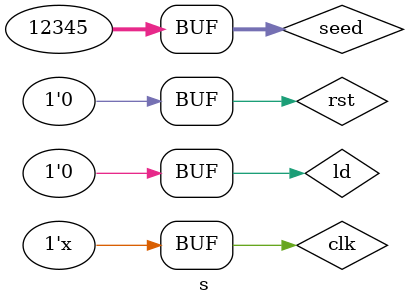
<source format=v>
`timescale 1ns / 1ps


module s();
    reg clk;
    reg rst;//ÇåÁã
    reg ld;//ÔØÈë
    reg [31:0] seed;//Î±Ëæ»úÉú³ÉÖÖ×Ó
    wire [31:0] data;
    shrg32u inst(clk, rst, ld, seed, data);
    initial clk = 1'b0;
    always # 5 clk = ~clk;
    initial begin
        rst = 1; ld = 0;
        #15
        rst = 0; ld = 1; seed = 12345;
        #15
        ld = 0;
    end
endmodule

</source>
